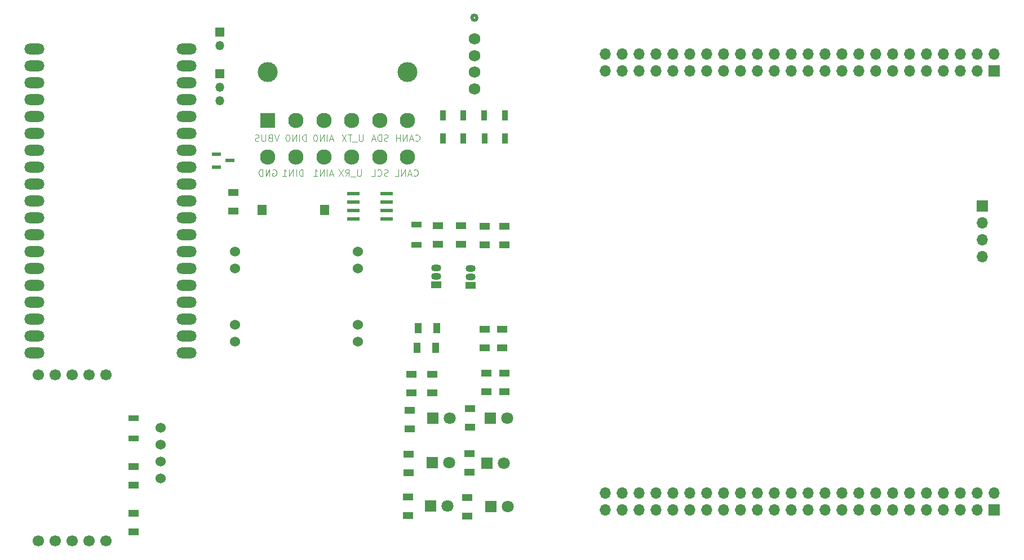
<source format=gbr>
%TF.GenerationSoftware,KiCad,Pcbnew,8.0.0-rc1*%
%TF.CreationDate,2024-02-28T14:24:43+09:00*%
%TF.ProjectId,KDL,4b444c2e-6b69-4636-9164-5f7063625858,rev?*%
%TF.SameCoordinates,Original*%
%TF.FileFunction,Soldermask,Top*%
%TF.FilePolarity,Negative*%
%FSLAX46Y46*%
G04 Gerber Fmt 4.6, Leading zero omitted, Abs format (unit mm)*
G04 Created by KiCad (PCBNEW 8.0.0-rc1) date 2024-02-28 14:24:43*
%MOMM*%
%LPD*%
G01*
G04 APERTURE LIST*
%ADD10R,1.600200X1.117600*%
%ADD11R,1.800000X1.800000*%
%ADD12C,1.800000*%
%ADD13R,1.981200X0.558800*%
%ADD14C,1.524000*%
%ADD15R,1.350000X1.350000*%
%ADD16O,1.350000X1.350000*%
%ADD17O,3.048800X1.626400*%
%ADD18R,1.117600X1.600200*%
%ADD19R,1.600000X0.855600*%
%ADD20R,0.855600X1.600000*%
%ADD21C,2.999999*%
%ADD22R,2.300000X2.300000*%
%ADD23C,2.300000*%
%ADD24C,1.752600*%
%ADD25R,1.320800X0.558800*%
%ADD26R,1.500000X1.050000*%
%ADD27O,1.500000X1.050000*%
%ADD28R,1.450000X1.600000*%
%ADD29O,1.700000X1.700000*%
%ADD30R,1.700000X1.700000*%
%ADD31C,1.700000*%
%ADD32C,0.100000*%
%ADD33C,0.508000*%
G04 APERTURE END LIST*
D10*
%TO.C,R15*%
X110600000Y-100997000D03*
X110600000Y-98203000D03*
%TD*%
D11*
%TO.C,D1*%
X119360000Y-104793000D03*
D12*
X121900000Y-104793000D03*
%TD*%
D13*
%TO.C,U7*%
X103750000Y-74790000D03*
X103750000Y-73520000D03*
X103750000Y-72250000D03*
X103750000Y-70980000D03*
X98822400Y-70980000D03*
X98822400Y-72250000D03*
X98822400Y-73520000D03*
X98822400Y-74790000D03*
%TD*%
D14*
%TO.C,U2*%
X69796000Y-113841000D03*
X69796000Y-111301000D03*
X69796000Y-108761000D03*
X69796000Y-106221000D03*
%TD*%
D15*
%TO.C,J2*%
X78750000Y-53000000D03*
D16*
X78750000Y-55000000D03*
X78750000Y-57000000D03*
%TD*%
D10*
%TO.C,R21*%
X80750000Y-70853000D03*
X80750000Y-73647000D03*
%TD*%
%TO.C,R13*%
X118500000Y-94197000D03*
X118500000Y-91403000D03*
%TD*%
D17*
%TO.C,U4*%
X73750000Y-94950000D03*
X73750000Y-92410000D03*
X73750000Y-61930000D03*
X50890000Y-94950000D03*
X50890000Y-79710000D03*
X50890000Y-61930000D03*
X50890000Y-59390000D03*
X50890000Y-64470000D03*
X50890000Y-72090000D03*
X50890000Y-49230000D03*
X50890000Y-51770000D03*
X50890000Y-54310000D03*
X73750000Y-56850000D03*
X73750000Y-54310000D03*
X73750000Y-51770000D03*
X73750000Y-64470000D03*
X73750000Y-59390000D03*
X73750000Y-67010000D03*
X50890000Y-56850000D03*
X50890000Y-67010000D03*
X50890000Y-69550000D03*
X50890000Y-74630000D03*
X50890000Y-77170000D03*
X50890000Y-82250000D03*
X50890000Y-89870000D03*
X50890000Y-92410000D03*
X73750000Y-74630000D03*
X73750000Y-72090000D03*
X73750000Y-69550000D03*
X73750000Y-79710000D03*
X73750000Y-77170000D03*
X73750000Y-84790000D03*
X73750000Y-82250000D03*
X73750000Y-89870000D03*
X73750000Y-87330000D03*
X50890000Y-84790000D03*
X50890000Y-87330000D03*
X73750000Y-49230000D03*
%TD*%
D18*
%TO.C,R3*%
X111147000Y-94250000D03*
X108353000Y-94250000D03*
%TD*%
D11*
%TO.C,D5*%
X110760000Y-104800000D03*
D12*
X113300000Y-104800000D03*
%TD*%
D11*
%TO.C,D4*%
X110637000Y-111500000D03*
D12*
X113177000Y-111500000D03*
%TD*%
D19*
%TO.C,C6*%
X108250000Y-75694398D03*
X108250000Y-78750000D03*
%TD*%
D10*
%TO.C,R6*%
X118500000Y-78750000D03*
X118500000Y-75956000D03*
%TD*%
D20*
%TO.C,C2*%
X115277801Y-62752800D03*
X112222199Y-62752800D03*
%TD*%
D10*
%TO.C,R2*%
X115000000Y-75855800D03*
X115000000Y-78649800D03*
%TD*%
%TO.C,R4*%
X121500000Y-75956000D03*
X121500000Y-78750000D03*
%TD*%
D21*
%TO.C,J1*%
X106949961Y-52699999D03*
X85950003Y-52699999D03*
D22*
X85950003Y-60000000D03*
D23*
X90150002Y-60000000D03*
X94350001Y-60000000D03*
X98550001Y-60000000D03*
X102750000Y-60000000D03*
X106949999Y-60000000D03*
X85950003Y-65499999D03*
X90150002Y-65499999D03*
X94350001Y-65499999D03*
X98550001Y-65499999D03*
X102750000Y-65499999D03*
X106949999Y-65499999D03*
%TD*%
D14*
%TO.C,U1*%
X99431000Y-79765000D03*
X99431000Y-82305000D03*
X99431000Y-90705000D03*
X99431000Y-93245000D03*
X80971000Y-79765000D03*
X80971000Y-82305000D03*
X80971000Y-90705000D03*
X80971000Y-93245000D03*
%TD*%
D10*
%TO.C,R8*%
X107000000Y-116603000D03*
X107000000Y-119397000D03*
%TD*%
D24*
%TO.C,J3*%
X116970199Y-47752800D03*
X116970199Y-50252800D03*
X116970199Y-52752800D03*
X116970199Y-55252800D03*
%TD*%
D11*
%TO.C,D3*%
X118889000Y-111596000D03*
D12*
X121429000Y-111596000D03*
%TD*%
D25*
%TO.C,CR1*%
X78250000Y-65099998D03*
X78250000Y-67000000D03*
X80282000Y-66049999D03*
%TD*%
D20*
%TO.C,C4*%
X121527801Y-59252800D03*
X118472199Y-59252800D03*
%TD*%
D10*
%TO.C,R11*%
X107288000Y-103620000D03*
X107288000Y-106414000D03*
%TD*%
D20*
%TO.C,C3*%
X115277801Y-59252800D03*
X112222199Y-59252800D03*
%TD*%
D19*
%TO.C,C1*%
X65750000Y-107805602D03*
X65750000Y-104750000D03*
%TD*%
D10*
%TO.C,R7*%
X116299000Y-103316000D03*
X116299000Y-106110000D03*
%TD*%
D18*
%TO.C,R5*%
X111294000Y-91250000D03*
X108500000Y-91250000D03*
%TD*%
D10*
%TO.C,R16*%
X107500000Y-98203000D03*
X107500000Y-100997000D03*
%TD*%
%TO.C,R9*%
X116200000Y-110103000D03*
X116200000Y-112897000D03*
%TD*%
%TO.C,R17*%
X65750000Y-114897000D03*
X65750000Y-112103000D03*
%TD*%
%TO.C,R19*%
X118800000Y-98003000D03*
X118800000Y-100797000D03*
%TD*%
%TO.C,R18*%
X65750000Y-119103000D03*
X65750000Y-121897000D03*
%TD*%
D11*
%TO.C,D6*%
X119460000Y-118100000D03*
D12*
X122000000Y-118100000D03*
%TD*%
D26*
%TO.C,Q1*%
X116360000Y-84770000D03*
D27*
X116360000Y-83500000D03*
X116360000Y-82230000D03*
%TD*%
D15*
%TO.C,J4*%
X78750000Y-46750000D03*
D16*
X78750000Y-48750000D03*
%TD*%
D10*
%TO.C,R14*%
X121100000Y-91403000D03*
X121100000Y-94197000D03*
%TD*%
D28*
%TO.C,S1*%
X94500000Y-73500000D03*
X85100000Y-73500000D03*
%TD*%
D29*
%TO.C,U5*%
X187439000Y-52520000D03*
X174739000Y-118562200D03*
X174739000Y-116022200D03*
X172199000Y-118562200D03*
X172199000Y-116022200D03*
X167119000Y-118562200D03*
X167119000Y-116022200D03*
X164579000Y-118562200D03*
X164579000Y-116022200D03*
X156959000Y-116022200D03*
X149339000Y-116022200D03*
X146799000Y-118562200D03*
X146799000Y-116022200D03*
X144259000Y-118562200D03*
X144259000Y-116022200D03*
X141719000Y-118562200D03*
X141719000Y-116022200D03*
X139179000Y-118562200D03*
X136639000Y-52520000D03*
X139179000Y-49980000D03*
X139179000Y-52520000D03*
X141719000Y-49980000D03*
X141719000Y-52520000D03*
X144259000Y-49980000D03*
X144259000Y-52520000D03*
X146799000Y-49980000D03*
X146799000Y-52520000D03*
X149339000Y-49980000D03*
X151879000Y-49980000D03*
X151879000Y-52520000D03*
X154419000Y-49980000D03*
X154419000Y-52520000D03*
X159499000Y-52520000D03*
X162039000Y-49980000D03*
X164579000Y-49980000D03*
X164579000Y-52520000D03*
X167119000Y-49980000D03*
X167119000Y-52520000D03*
X169659000Y-49980000D03*
X169659000Y-52520000D03*
X172199000Y-49980000D03*
X177279000Y-49980000D03*
X177279000Y-52520000D03*
X189979000Y-52520000D03*
X179819000Y-49980000D03*
X189979000Y-118562200D03*
D30*
X193286500Y-72840000D03*
D29*
X193286500Y-75380000D03*
X193286500Y-77920000D03*
X193286500Y-80460000D03*
X192519000Y-49980000D03*
X189979000Y-49980000D03*
X187439000Y-49980000D03*
X184899000Y-49980000D03*
X182359000Y-49980000D03*
X174739000Y-49980000D03*
X159499000Y-49980000D03*
X156959000Y-49980000D03*
X136639000Y-49980000D03*
D30*
X195059000Y-52520000D03*
D29*
X192519000Y-52520000D03*
X184899000Y-52520000D03*
X182359000Y-52520000D03*
X179819000Y-52520000D03*
X174739000Y-52520000D03*
X172199000Y-52520000D03*
X162039000Y-52520000D03*
X156959000Y-52520000D03*
X149339000Y-52520000D03*
X195059000Y-116022200D03*
X192519000Y-116022200D03*
X189979000Y-116022200D03*
X187439000Y-116022200D03*
X184899000Y-116022200D03*
X182359000Y-116022200D03*
X179819000Y-116022200D03*
X177279000Y-116022200D03*
X169659000Y-116022200D03*
X162039000Y-116022200D03*
X159499000Y-116022200D03*
X154419000Y-116022200D03*
X151879000Y-116022200D03*
X139179000Y-116022200D03*
X136639000Y-116022200D03*
X192519000Y-118562200D03*
X187439000Y-118562200D03*
X184899000Y-118562200D03*
X182359000Y-118562200D03*
X179819000Y-118562200D03*
X177279000Y-118562200D03*
X169659000Y-118562200D03*
X162039000Y-118562200D03*
X159499000Y-118562200D03*
X156959000Y-118562200D03*
X154419000Y-118562200D03*
X151879000Y-118562200D03*
X149339000Y-118562200D03*
X136639000Y-118562200D03*
X195059000Y-49980000D03*
D30*
X195059000Y-118562200D03*
%TD*%
D10*
%TO.C,R1*%
X111500000Y-78649800D03*
X111500000Y-75855800D03*
%TD*%
%TO.C,R10*%
X107086000Y-110230000D03*
X107086000Y-113024000D03*
%TD*%
%TO.C,R12*%
X115900000Y-116700000D03*
X115900000Y-119494000D03*
%TD*%
D11*
%TO.C,D2*%
X110400000Y-118000000D03*
D12*
X112940000Y-118000000D03*
%TD*%
D20*
%TO.C,C5*%
X121555602Y-62752800D03*
X118500000Y-62752800D03*
%TD*%
D10*
%TO.C,R20*%
X121500000Y-98003000D03*
X121500000Y-100797000D03*
%TD*%
D26*
%TO.C,Q2*%
X111260000Y-84740000D03*
D27*
X111260000Y-83470000D03*
X111260000Y-82200000D03*
%TD*%
D31*
%TO.C,U6*%
X59063000Y-123272000D03*
X56523000Y-123272000D03*
X53983000Y-123272000D03*
X51443000Y-123272000D03*
X51443000Y-98272000D03*
X53983000Y-98272000D03*
X56523000Y-98272000D03*
X59063000Y-98272000D03*
X61603000Y-98272000D03*
X61603000Y-123272000D03*
%TD*%
D32*
X100196115Y-62125219D02*
X100196115Y-62934742D01*
X100196115Y-62934742D02*
X100148496Y-63029980D01*
X100148496Y-63029980D02*
X100100877Y-63077600D01*
X100100877Y-63077600D02*
X100005639Y-63125219D01*
X100005639Y-63125219D02*
X99815163Y-63125219D01*
X99815163Y-63125219D02*
X99719925Y-63077600D01*
X99719925Y-63077600D02*
X99672306Y-63029980D01*
X99672306Y-63029980D02*
X99624687Y-62934742D01*
X99624687Y-62934742D02*
X99624687Y-62125219D01*
X99386592Y-63220457D02*
X98624687Y-63220457D01*
X98529448Y-62125219D02*
X97958020Y-62125219D01*
X98243734Y-63125219D02*
X98243734Y-62125219D01*
X97719924Y-62125219D02*
X97053258Y-63125219D01*
X97053258Y-62125219D02*
X97719924Y-63125219D01*
X99946115Y-67375219D02*
X99946115Y-68184742D01*
X99946115Y-68184742D02*
X99898496Y-68279980D01*
X99898496Y-68279980D02*
X99850877Y-68327600D01*
X99850877Y-68327600D02*
X99755639Y-68375219D01*
X99755639Y-68375219D02*
X99565163Y-68375219D01*
X99565163Y-68375219D02*
X99469925Y-68327600D01*
X99469925Y-68327600D02*
X99422306Y-68279980D01*
X99422306Y-68279980D02*
X99374687Y-68184742D01*
X99374687Y-68184742D02*
X99374687Y-67375219D01*
X99136592Y-68470457D02*
X98374687Y-68470457D01*
X97565163Y-68375219D02*
X97898496Y-67899028D01*
X98136591Y-68375219D02*
X98136591Y-67375219D01*
X98136591Y-67375219D02*
X97755639Y-67375219D01*
X97755639Y-67375219D02*
X97660401Y-67422838D01*
X97660401Y-67422838D02*
X97612782Y-67470457D01*
X97612782Y-67470457D02*
X97565163Y-67565695D01*
X97565163Y-67565695D02*
X97565163Y-67708552D01*
X97565163Y-67708552D02*
X97612782Y-67803790D01*
X97612782Y-67803790D02*
X97660401Y-67851409D01*
X97660401Y-67851409D02*
X97755639Y-67899028D01*
X97755639Y-67899028D02*
X98136591Y-67899028D01*
X97231829Y-67375219D02*
X96565163Y-68375219D01*
X96565163Y-67375219D02*
X97231829Y-68375219D01*
X108124687Y-63029980D02*
X108172306Y-63077600D01*
X108172306Y-63077600D02*
X108315163Y-63125219D01*
X108315163Y-63125219D02*
X108410401Y-63125219D01*
X108410401Y-63125219D02*
X108553258Y-63077600D01*
X108553258Y-63077600D02*
X108648496Y-62982361D01*
X108648496Y-62982361D02*
X108696115Y-62887123D01*
X108696115Y-62887123D02*
X108743734Y-62696647D01*
X108743734Y-62696647D02*
X108743734Y-62553790D01*
X108743734Y-62553790D02*
X108696115Y-62363314D01*
X108696115Y-62363314D02*
X108648496Y-62268076D01*
X108648496Y-62268076D02*
X108553258Y-62172838D01*
X108553258Y-62172838D02*
X108410401Y-62125219D01*
X108410401Y-62125219D02*
X108315163Y-62125219D01*
X108315163Y-62125219D02*
X108172306Y-62172838D01*
X108172306Y-62172838D02*
X108124687Y-62220457D01*
X107743734Y-62839504D02*
X107267544Y-62839504D01*
X107838972Y-63125219D02*
X107505639Y-62125219D01*
X107505639Y-62125219D02*
X107172306Y-63125219D01*
X106838972Y-63125219D02*
X106838972Y-62125219D01*
X106838972Y-62125219D02*
X106267544Y-63125219D01*
X106267544Y-63125219D02*
X106267544Y-62125219D01*
X105791353Y-63125219D02*
X105791353Y-62125219D01*
X105791353Y-62601409D02*
X105219925Y-62601409D01*
X105219925Y-63125219D02*
X105219925Y-62125219D01*
X95743734Y-62839504D02*
X95267544Y-62839504D01*
X95838972Y-63125219D02*
X95505639Y-62125219D01*
X95505639Y-62125219D02*
X95172306Y-63125219D01*
X94838972Y-63125219D02*
X94838972Y-62125219D01*
X94362782Y-63125219D02*
X94362782Y-62125219D01*
X94362782Y-62125219D02*
X93791354Y-63125219D01*
X93791354Y-63125219D02*
X93791354Y-62125219D01*
X93124687Y-62125219D02*
X93029449Y-62125219D01*
X93029449Y-62125219D02*
X92934211Y-62172838D01*
X92934211Y-62172838D02*
X92886592Y-62220457D01*
X92886592Y-62220457D02*
X92838973Y-62315695D01*
X92838973Y-62315695D02*
X92791354Y-62506171D01*
X92791354Y-62506171D02*
X92791354Y-62744266D01*
X92791354Y-62744266D02*
X92838973Y-62934742D01*
X92838973Y-62934742D02*
X92886592Y-63029980D01*
X92886592Y-63029980D02*
X92934211Y-63077600D01*
X92934211Y-63077600D02*
X93029449Y-63125219D01*
X93029449Y-63125219D02*
X93124687Y-63125219D01*
X93124687Y-63125219D02*
X93219925Y-63077600D01*
X93219925Y-63077600D02*
X93267544Y-63029980D01*
X93267544Y-63029980D02*
X93315163Y-62934742D01*
X93315163Y-62934742D02*
X93362782Y-62744266D01*
X93362782Y-62744266D02*
X93362782Y-62506171D01*
X93362782Y-62506171D02*
X93315163Y-62315695D01*
X93315163Y-62315695D02*
X93267544Y-62220457D01*
X93267544Y-62220457D02*
X93219925Y-62172838D01*
X93219925Y-62172838D02*
X93124687Y-62125219D01*
X103993734Y-68327600D02*
X103850877Y-68375219D01*
X103850877Y-68375219D02*
X103612782Y-68375219D01*
X103612782Y-68375219D02*
X103517544Y-68327600D01*
X103517544Y-68327600D02*
X103469925Y-68279980D01*
X103469925Y-68279980D02*
X103422306Y-68184742D01*
X103422306Y-68184742D02*
X103422306Y-68089504D01*
X103422306Y-68089504D02*
X103469925Y-67994266D01*
X103469925Y-67994266D02*
X103517544Y-67946647D01*
X103517544Y-67946647D02*
X103612782Y-67899028D01*
X103612782Y-67899028D02*
X103803258Y-67851409D01*
X103803258Y-67851409D02*
X103898496Y-67803790D01*
X103898496Y-67803790D02*
X103946115Y-67756171D01*
X103946115Y-67756171D02*
X103993734Y-67660933D01*
X103993734Y-67660933D02*
X103993734Y-67565695D01*
X103993734Y-67565695D02*
X103946115Y-67470457D01*
X103946115Y-67470457D02*
X103898496Y-67422838D01*
X103898496Y-67422838D02*
X103803258Y-67375219D01*
X103803258Y-67375219D02*
X103565163Y-67375219D01*
X103565163Y-67375219D02*
X103422306Y-67422838D01*
X102422306Y-68279980D02*
X102469925Y-68327600D01*
X102469925Y-68327600D02*
X102612782Y-68375219D01*
X102612782Y-68375219D02*
X102708020Y-68375219D01*
X102708020Y-68375219D02*
X102850877Y-68327600D01*
X102850877Y-68327600D02*
X102946115Y-68232361D01*
X102946115Y-68232361D02*
X102993734Y-68137123D01*
X102993734Y-68137123D02*
X103041353Y-67946647D01*
X103041353Y-67946647D02*
X103041353Y-67803790D01*
X103041353Y-67803790D02*
X102993734Y-67613314D01*
X102993734Y-67613314D02*
X102946115Y-67518076D01*
X102946115Y-67518076D02*
X102850877Y-67422838D01*
X102850877Y-67422838D02*
X102708020Y-67375219D01*
X102708020Y-67375219D02*
X102612782Y-67375219D01*
X102612782Y-67375219D02*
X102469925Y-67422838D01*
X102469925Y-67422838D02*
X102422306Y-67470457D01*
X101517544Y-68375219D02*
X101993734Y-68375219D01*
X101993734Y-68375219D02*
X101993734Y-67375219D01*
X87588972Y-62125219D02*
X87255639Y-63125219D01*
X87255639Y-63125219D02*
X86922306Y-62125219D01*
X86255639Y-62601409D02*
X86112782Y-62649028D01*
X86112782Y-62649028D02*
X86065163Y-62696647D01*
X86065163Y-62696647D02*
X86017544Y-62791885D01*
X86017544Y-62791885D02*
X86017544Y-62934742D01*
X86017544Y-62934742D02*
X86065163Y-63029980D01*
X86065163Y-63029980D02*
X86112782Y-63077600D01*
X86112782Y-63077600D02*
X86208020Y-63125219D01*
X86208020Y-63125219D02*
X86588972Y-63125219D01*
X86588972Y-63125219D02*
X86588972Y-62125219D01*
X86588972Y-62125219D02*
X86255639Y-62125219D01*
X86255639Y-62125219D02*
X86160401Y-62172838D01*
X86160401Y-62172838D02*
X86112782Y-62220457D01*
X86112782Y-62220457D02*
X86065163Y-62315695D01*
X86065163Y-62315695D02*
X86065163Y-62410933D01*
X86065163Y-62410933D02*
X86112782Y-62506171D01*
X86112782Y-62506171D02*
X86160401Y-62553790D01*
X86160401Y-62553790D02*
X86255639Y-62601409D01*
X86255639Y-62601409D02*
X86588972Y-62601409D01*
X85588972Y-62125219D02*
X85588972Y-62934742D01*
X85588972Y-62934742D02*
X85541353Y-63029980D01*
X85541353Y-63029980D02*
X85493734Y-63077600D01*
X85493734Y-63077600D02*
X85398496Y-63125219D01*
X85398496Y-63125219D02*
X85208020Y-63125219D01*
X85208020Y-63125219D02*
X85112782Y-63077600D01*
X85112782Y-63077600D02*
X85065163Y-63029980D01*
X85065163Y-63029980D02*
X85017544Y-62934742D01*
X85017544Y-62934742D02*
X85017544Y-62125219D01*
X84588972Y-63077600D02*
X84446115Y-63125219D01*
X84446115Y-63125219D02*
X84208020Y-63125219D01*
X84208020Y-63125219D02*
X84112782Y-63077600D01*
X84112782Y-63077600D02*
X84065163Y-63029980D01*
X84065163Y-63029980D02*
X84017544Y-62934742D01*
X84017544Y-62934742D02*
X84017544Y-62839504D01*
X84017544Y-62839504D02*
X84065163Y-62744266D01*
X84065163Y-62744266D02*
X84112782Y-62696647D01*
X84112782Y-62696647D02*
X84208020Y-62649028D01*
X84208020Y-62649028D02*
X84398496Y-62601409D01*
X84398496Y-62601409D02*
X84493734Y-62553790D01*
X84493734Y-62553790D02*
X84541353Y-62506171D01*
X84541353Y-62506171D02*
X84588972Y-62410933D01*
X84588972Y-62410933D02*
X84588972Y-62315695D01*
X84588972Y-62315695D02*
X84541353Y-62220457D01*
X84541353Y-62220457D02*
X84493734Y-62172838D01*
X84493734Y-62172838D02*
X84398496Y-62125219D01*
X84398496Y-62125219D02*
X84160401Y-62125219D01*
X84160401Y-62125219D02*
X84017544Y-62172838D01*
X86672306Y-67422838D02*
X86767544Y-67375219D01*
X86767544Y-67375219D02*
X86910401Y-67375219D01*
X86910401Y-67375219D02*
X87053258Y-67422838D01*
X87053258Y-67422838D02*
X87148496Y-67518076D01*
X87148496Y-67518076D02*
X87196115Y-67613314D01*
X87196115Y-67613314D02*
X87243734Y-67803790D01*
X87243734Y-67803790D02*
X87243734Y-67946647D01*
X87243734Y-67946647D02*
X87196115Y-68137123D01*
X87196115Y-68137123D02*
X87148496Y-68232361D01*
X87148496Y-68232361D02*
X87053258Y-68327600D01*
X87053258Y-68327600D02*
X86910401Y-68375219D01*
X86910401Y-68375219D02*
X86815163Y-68375219D01*
X86815163Y-68375219D02*
X86672306Y-68327600D01*
X86672306Y-68327600D02*
X86624687Y-68279980D01*
X86624687Y-68279980D02*
X86624687Y-67946647D01*
X86624687Y-67946647D02*
X86815163Y-67946647D01*
X86196115Y-68375219D02*
X86196115Y-67375219D01*
X86196115Y-67375219D02*
X85624687Y-68375219D01*
X85624687Y-68375219D02*
X85624687Y-67375219D01*
X85148496Y-68375219D02*
X85148496Y-67375219D01*
X85148496Y-67375219D02*
X84910401Y-67375219D01*
X84910401Y-67375219D02*
X84767544Y-67422838D01*
X84767544Y-67422838D02*
X84672306Y-67518076D01*
X84672306Y-67518076D02*
X84624687Y-67613314D01*
X84624687Y-67613314D02*
X84577068Y-67803790D01*
X84577068Y-67803790D02*
X84577068Y-67946647D01*
X84577068Y-67946647D02*
X84624687Y-68137123D01*
X84624687Y-68137123D02*
X84672306Y-68232361D01*
X84672306Y-68232361D02*
X84767544Y-68327600D01*
X84767544Y-68327600D02*
X84910401Y-68375219D01*
X84910401Y-68375219D02*
X85148496Y-68375219D01*
X107874687Y-68279980D02*
X107922306Y-68327600D01*
X107922306Y-68327600D02*
X108065163Y-68375219D01*
X108065163Y-68375219D02*
X108160401Y-68375219D01*
X108160401Y-68375219D02*
X108303258Y-68327600D01*
X108303258Y-68327600D02*
X108398496Y-68232361D01*
X108398496Y-68232361D02*
X108446115Y-68137123D01*
X108446115Y-68137123D02*
X108493734Y-67946647D01*
X108493734Y-67946647D02*
X108493734Y-67803790D01*
X108493734Y-67803790D02*
X108446115Y-67613314D01*
X108446115Y-67613314D02*
X108398496Y-67518076D01*
X108398496Y-67518076D02*
X108303258Y-67422838D01*
X108303258Y-67422838D02*
X108160401Y-67375219D01*
X108160401Y-67375219D02*
X108065163Y-67375219D01*
X108065163Y-67375219D02*
X107922306Y-67422838D01*
X107922306Y-67422838D02*
X107874687Y-67470457D01*
X107493734Y-68089504D02*
X107017544Y-68089504D01*
X107588972Y-68375219D02*
X107255639Y-67375219D01*
X107255639Y-67375219D02*
X106922306Y-68375219D01*
X106588972Y-68375219D02*
X106588972Y-67375219D01*
X106588972Y-67375219D02*
X106017544Y-68375219D01*
X106017544Y-68375219D02*
X106017544Y-67375219D01*
X105065163Y-68375219D02*
X105541353Y-68375219D01*
X105541353Y-68375219D02*
X105541353Y-67375219D01*
X103993734Y-63077600D02*
X103850877Y-63125219D01*
X103850877Y-63125219D02*
X103612782Y-63125219D01*
X103612782Y-63125219D02*
X103517544Y-63077600D01*
X103517544Y-63077600D02*
X103469925Y-63029980D01*
X103469925Y-63029980D02*
X103422306Y-62934742D01*
X103422306Y-62934742D02*
X103422306Y-62839504D01*
X103422306Y-62839504D02*
X103469925Y-62744266D01*
X103469925Y-62744266D02*
X103517544Y-62696647D01*
X103517544Y-62696647D02*
X103612782Y-62649028D01*
X103612782Y-62649028D02*
X103803258Y-62601409D01*
X103803258Y-62601409D02*
X103898496Y-62553790D01*
X103898496Y-62553790D02*
X103946115Y-62506171D01*
X103946115Y-62506171D02*
X103993734Y-62410933D01*
X103993734Y-62410933D02*
X103993734Y-62315695D01*
X103993734Y-62315695D02*
X103946115Y-62220457D01*
X103946115Y-62220457D02*
X103898496Y-62172838D01*
X103898496Y-62172838D02*
X103803258Y-62125219D01*
X103803258Y-62125219D02*
X103565163Y-62125219D01*
X103565163Y-62125219D02*
X103422306Y-62172838D01*
X102993734Y-63125219D02*
X102993734Y-62125219D01*
X102993734Y-62125219D02*
X102755639Y-62125219D01*
X102755639Y-62125219D02*
X102612782Y-62172838D01*
X102612782Y-62172838D02*
X102517544Y-62268076D01*
X102517544Y-62268076D02*
X102469925Y-62363314D01*
X102469925Y-62363314D02*
X102422306Y-62553790D01*
X102422306Y-62553790D02*
X102422306Y-62696647D01*
X102422306Y-62696647D02*
X102469925Y-62887123D01*
X102469925Y-62887123D02*
X102517544Y-62982361D01*
X102517544Y-62982361D02*
X102612782Y-63077600D01*
X102612782Y-63077600D02*
X102755639Y-63125219D01*
X102755639Y-63125219D02*
X102993734Y-63125219D01*
X102041353Y-62839504D02*
X101565163Y-62839504D01*
X102136591Y-63125219D02*
X101803258Y-62125219D01*
X101803258Y-62125219D02*
X101469925Y-63125219D01*
X91196115Y-68375219D02*
X91196115Y-67375219D01*
X91196115Y-67375219D02*
X90958020Y-67375219D01*
X90958020Y-67375219D02*
X90815163Y-67422838D01*
X90815163Y-67422838D02*
X90719925Y-67518076D01*
X90719925Y-67518076D02*
X90672306Y-67613314D01*
X90672306Y-67613314D02*
X90624687Y-67803790D01*
X90624687Y-67803790D02*
X90624687Y-67946647D01*
X90624687Y-67946647D02*
X90672306Y-68137123D01*
X90672306Y-68137123D02*
X90719925Y-68232361D01*
X90719925Y-68232361D02*
X90815163Y-68327600D01*
X90815163Y-68327600D02*
X90958020Y-68375219D01*
X90958020Y-68375219D02*
X91196115Y-68375219D01*
X90196115Y-68375219D02*
X90196115Y-67375219D01*
X89719925Y-68375219D02*
X89719925Y-67375219D01*
X89719925Y-67375219D02*
X89148497Y-68375219D01*
X89148497Y-68375219D02*
X89148497Y-67375219D01*
X88148497Y-68375219D02*
X88719925Y-68375219D01*
X88434211Y-68375219D02*
X88434211Y-67375219D01*
X88434211Y-67375219D02*
X88529449Y-67518076D01*
X88529449Y-67518076D02*
X88624687Y-67613314D01*
X88624687Y-67613314D02*
X88719925Y-67660933D01*
X95743734Y-68089504D02*
X95267544Y-68089504D01*
X95838972Y-68375219D02*
X95505639Y-67375219D01*
X95505639Y-67375219D02*
X95172306Y-68375219D01*
X94838972Y-68375219D02*
X94838972Y-67375219D01*
X94362782Y-68375219D02*
X94362782Y-67375219D01*
X94362782Y-67375219D02*
X93791354Y-68375219D01*
X93791354Y-68375219D02*
X93791354Y-67375219D01*
X92791354Y-68375219D02*
X93362782Y-68375219D01*
X93077068Y-68375219D02*
X93077068Y-67375219D01*
X93077068Y-67375219D02*
X93172306Y-67518076D01*
X93172306Y-67518076D02*
X93267544Y-67613314D01*
X93267544Y-67613314D02*
X93362782Y-67660933D01*
X91696115Y-63125219D02*
X91696115Y-62125219D01*
X91696115Y-62125219D02*
X91458020Y-62125219D01*
X91458020Y-62125219D02*
X91315163Y-62172838D01*
X91315163Y-62172838D02*
X91219925Y-62268076D01*
X91219925Y-62268076D02*
X91172306Y-62363314D01*
X91172306Y-62363314D02*
X91124687Y-62553790D01*
X91124687Y-62553790D02*
X91124687Y-62696647D01*
X91124687Y-62696647D02*
X91172306Y-62887123D01*
X91172306Y-62887123D02*
X91219925Y-62982361D01*
X91219925Y-62982361D02*
X91315163Y-63077600D01*
X91315163Y-63077600D02*
X91458020Y-63125219D01*
X91458020Y-63125219D02*
X91696115Y-63125219D01*
X90696115Y-63125219D02*
X90696115Y-62125219D01*
X90219925Y-63125219D02*
X90219925Y-62125219D01*
X90219925Y-62125219D02*
X89648497Y-63125219D01*
X89648497Y-63125219D02*
X89648497Y-62125219D01*
X88981830Y-62125219D02*
X88886592Y-62125219D01*
X88886592Y-62125219D02*
X88791354Y-62172838D01*
X88791354Y-62172838D02*
X88743735Y-62220457D01*
X88743735Y-62220457D02*
X88696116Y-62315695D01*
X88696116Y-62315695D02*
X88648497Y-62506171D01*
X88648497Y-62506171D02*
X88648497Y-62744266D01*
X88648497Y-62744266D02*
X88696116Y-62934742D01*
X88696116Y-62934742D02*
X88743735Y-63029980D01*
X88743735Y-63029980D02*
X88791354Y-63077600D01*
X88791354Y-63077600D02*
X88886592Y-63125219D01*
X88886592Y-63125219D02*
X88981830Y-63125219D01*
X88981830Y-63125219D02*
X89077068Y-63077600D01*
X89077068Y-63077600D02*
X89124687Y-63029980D01*
X89124687Y-63029980D02*
X89172306Y-62934742D01*
X89172306Y-62934742D02*
X89219925Y-62744266D01*
X89219925Y-62744266D02*
X89219925Y-62506171D01*
X89219925Y-62506171D02*
X89172306Y-62315695D01*
X89172306Y-62315695D02*
X89124687Y-62220457D01*
X89124687Y-62220457D02*
X89077068Y-62172838D01*
X89077068Y-62172838D02*
X88981830Y-62125219D01*
D33*
%TO.C,J3*%
X117351199Y-44543200D02*
G75*
G02*
X116589199Y-44543200I-381000J0D01*
G01*
X116589199Y-44543200D02*
G75*
G02*
X117351199Y-44543200I381000J0D01*
G01*
%TD*%
M02*

</source>
